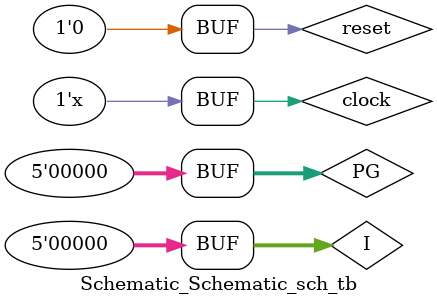
<source format=v>

`timescale 1ns / 1ps

module Schematic_Schematic_sch_tb();

// Inputs
   reg reset;
   reg clock;
   reg [4:0] I;
   reg [4:0] PG;

// Output
   wire FIM;
   wire DEZ;
   wire DOIS;
   wire [4:0] state;

// Bidirs

// Instantiate the UUT
   Schematic UUT (
		.FIM(FIM), 
		.DEZ(DEZ), 
		.DOIS(DOIS), 
		.reset(reset), 
		.clock(clock), 
		.I(I), 
		.PG(PG), 
		.state(state)
   );
// Initialize Inputs
   `ifdef auto_init
       initial begin
		reset = 0;
		clock = 0;
		I = 0;
		PG = 0;
   `endif
	
	always #50 clock = !clock;
	 
	initial
	
		begin
		
			PG = 0;
			clock = 0;
			reset = 1;
			I = 0;
			
			#25
			reset = 0;
			I = 30;
			PG = 16;
			
			#50
			I = 0;
			PG = 0;
			
		end
endmodule

</source>
